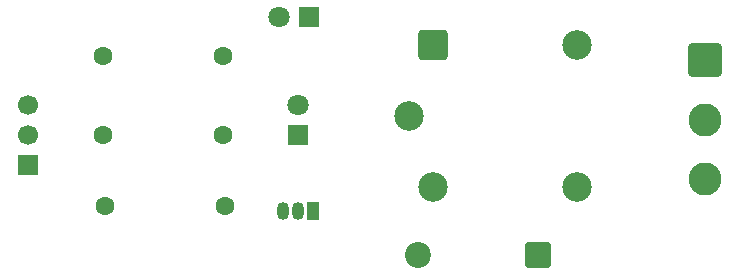
<source format=gbr>
%TF.GenerationSoftware,KiCad,Pcbnew,9.0.7*%
%TF.CreationDate,2026-01-29T22:17:19+05:30*%
%TF.ProjectId,RELAY,52454c41-592e-46b6-9963-61645f706362,rev?*%
%TF.SameCoordinates,Original*%
%TF.FileFunction,Soldermask,Top*%
%TF.FilePolarity,Negative*%
%FSLAX46Y46*%
G04 Gerber Fmt 4.6, Leading zero omitted, Abs format (unit mm)*
G04 Created by KiCad (PCBNEW 9.0.7) date 2026-01-29 22:17:19*
%MOMM*%
%LPD*%
G01*
G04 APERTURE LIST*
G04 Aperture macros list*
%AMRoundRect*
0 Rectangle with rounded corners*
0 $1 Rounding radius*
0 $2 $3 $4 $5 $6 $7 $8 $9 X,Y pos of 4 corners*
0 Add a 4 corners polygon primitive as box body*
4,1,4,$2,$3,$4,$5,$6,$7,$8,$9,$2,$3,0*
0 Add four circle primitives for the rounded corners*
1,1,$1+$1,$2,$3*
1,1,$1+$1,$4,$5*
1,1,$1+$1,$6,$7*
1,1,$1+$1,$8,$9*
0 Add four rect primitives between the rounded corners*
20,1,$1+$1,$2,$3,$4,$5,0*
20,1,$1+$1,$4,$5,$6,$7,0*
20,1,$1+$1,$6,$7,$8,$9,0*
20,1,$1+$1,$8,$9,$2,$3,0*%
G04 Aperture macros list end*
%ADD10RoundRect,0.250001X-1.149999X1.149999X-1.149999X-1.149999X1.149999X-1.149999X1.149999X1.149999X0*%
%ADD11C,2.800000*%
%ADD12C,1.600000*%
%ADD13R,1.700000X1.700000*%
%ADD14C,1.700000*%
%ADD15RoundRect,0.249999X0.850001X0.850001X-0.850001X0.850001X-0.850001X-0.850001X0.850001X-0.850001X0*%
%ADD16C,2.200000*%
%ADD17C,2.500000*%
%ADD18RoundRect,0.250000X-1.000000X-1.000000X1.000000X-1.000000X1.000000X1.000000X-1.000000X1.000000X0*%
%ADD19R,1.800000X1.800000*%
%ADD20C,1.800000*%
%ADD21R,1.050000X1.500000*%
%ADD22O,1.050000X1.500000*%
G04 APERTURE END LIST*
D10*
%TO.C,J1*%
X180500000Y-110490000D03*
D11*
X180500000Y-115490000D03*
X180500000Y-120490000D03*
%TD*%
D12*
%TO.C,R1*%
X129540000Y-110090000D03*
X139700000Y-110090000D03*
%TD*%
D13*
%TO.C,J2*%
X123190000Y-119380000D03*
D14*
X123190000Y-116840000D03*
X123190000Y-114300000D03*
%TD*%
D15*
%TO.C,D3*%
X166370000Y-127000000D03*
D16*
X156210000Y-127000000D03*
%TD*%
D17*
%TO.C,K2*%
X155480000Y-115220000D03*
X169680000Y-109220000D03*
X169680000Y-121220000D03*
D18*
X157480000Y-109220000D03*
D17*
X157480000Y-121220000D03*
%TD*%
D19*
%TO.C,D1*%
X146050000Y-116840000D03*
D20*
X146050000Y-114300000D03*
%TD*%
D12*
%TO.C,R3*%
X129700000Y-122840000D03*
X139860000Y-122840000D03*
%TD*%
D21*
%TO.C,Q1*%
X147320000Y-123230000D03*
D22*
X146050000Y-123230000D03*
X144780000Y-123230000D03*
%TD*%
D12*
%TO.C,R2*%
X129540000Y-116840000D03*
X139700000Y-116840000D03*
%TD*%
D19*
%TO.C,D2*%
X147050000Y-106840000D03*
D20*
X144510000Y-106840000D03*
%TD*%
M02*

</source>
